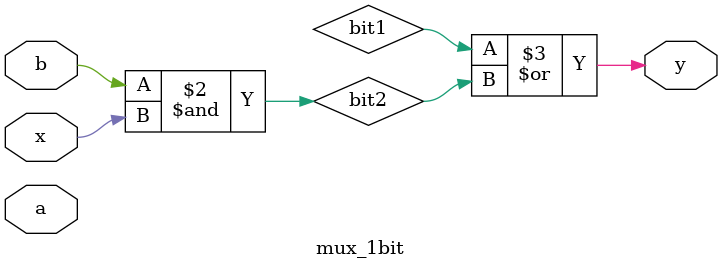
<source format=v>
module mux_1bit(

    input a,
    input b,
    input x,
    output y
);

    wire not_x;
    wire bit1;
    wire bit2;

    not not1 (not_x, x);
    and and1 (bit_1, a, not_x);
    and and2 (bit2, b, x);
    or       (y, bit1, bit2);

endmodule

</source>
